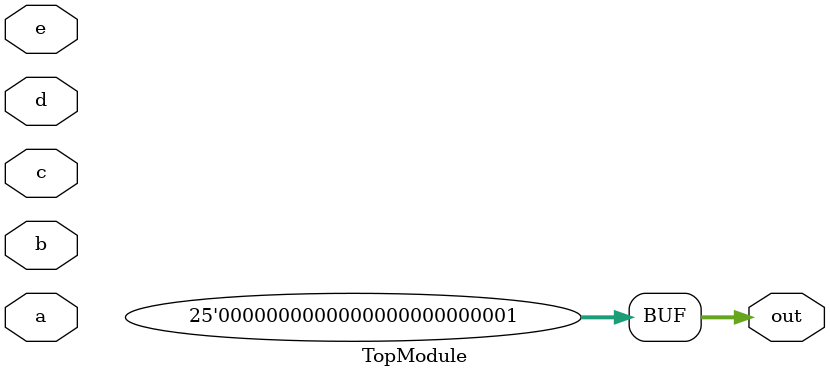
<source format=sv>

module TopModule (
  input a,
  input b,
  input c,
  input d,
  input e,
  output reg [24:0] out
);

// Initialize all bits of the output vector to 1 (i.e., assume equality)
reg [24:0] out = 1;

// Compute pairwise one-bit comparisons and update the output vector
assign out[24] = ~a ^ a;
assign out[23] = ~a ^ b;
assign out[22] = ~a ^ c;
assign out[21] = ~a ^ d;
assign out[20] = ~a ^ e;

assign out[19] = ~b ^ a;
assign out[18] = ~b ^ b;
assign out[17] = ~b ^ c;
assign out[16] = ~b ^ d;
assign out[15] = ~b ^ e;

assign out[14] = ~c ^ a;
assign out[13] = ~c ^ b;
assign out[12] = ~c ^ c;
assign out[11] = ~c ^ d;
assign out[10] = ~c ^ e;

assign out[9] = ~d ^ a;
assign out[8] = ~d ^ b;
assign out[7] = ~d ^ c;
assign out[6] = ~d ^ d;
assign out[5] = ~d ^ e;

assign out[4] = ~e ^ a;
assign out[3] = ~e ^ b;
assign out[2] = ~e ^ c;
assign out[1] = ~e ^ d;
assign out[0] = ~e ^ e;

endmodule

// VERILOG-EVAL: errant inclusion of module definition

</source>
